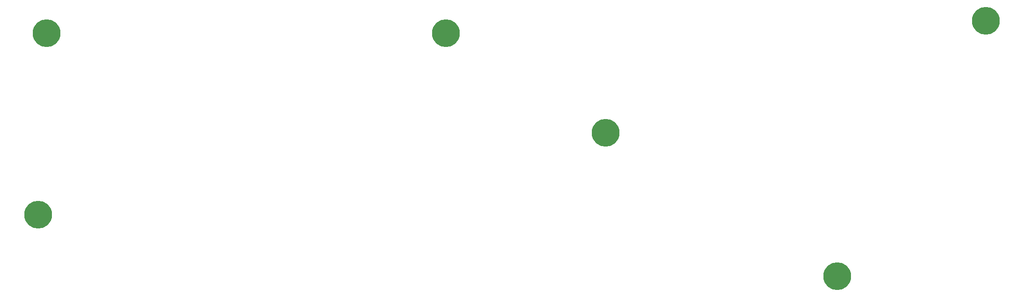
<source format=gbr>
%TF.GenerationSoftware,KiCad,Pcbnew,(6.0.10)*%
%TF.CreationDate,2023-02-21T20:04:24-06:00*%
%TF.ProjectId,Asymptote_Plate_PCB,4173796d-7074-46f7-9465-5f506c617465,rev?*%
%TF.SameCoordinates,Original*%
%TF.FileFunction,Soldermask,Bot*%
%TF.FilePolarity,Negative*%
%FSLAX46Y46*%
G04 Gerber Fmt 4.6, Leading zero omitted, Abs format (unit mm)*
G04 Created by KiCad (PCBNEW (6.0.10)) date 2023-02-21 20:04:24*
%MOMM*%
%LPD*%
G01*
G04 APERTURE LIST*
%ADD10C,5.300000*%
G04 APERTURE END LIST*
D10*
%TO.C,*%
X211056043Y-124937401D03*
%TD*%
%TO.C,*%
X166806043Y-97537500D03*
%TD*%
%TO.C,*%
X58568750Y-113187401D03*
%TD*%
%TO.C,*%
X60118750Y-78437500D03*
%TD*%
%TO.C,*%
X239356043Y-76137500D03*
%TD*%
%TO.C,*%
X136318751Y-78437500D03*
%TD*%
M02*

</source>
